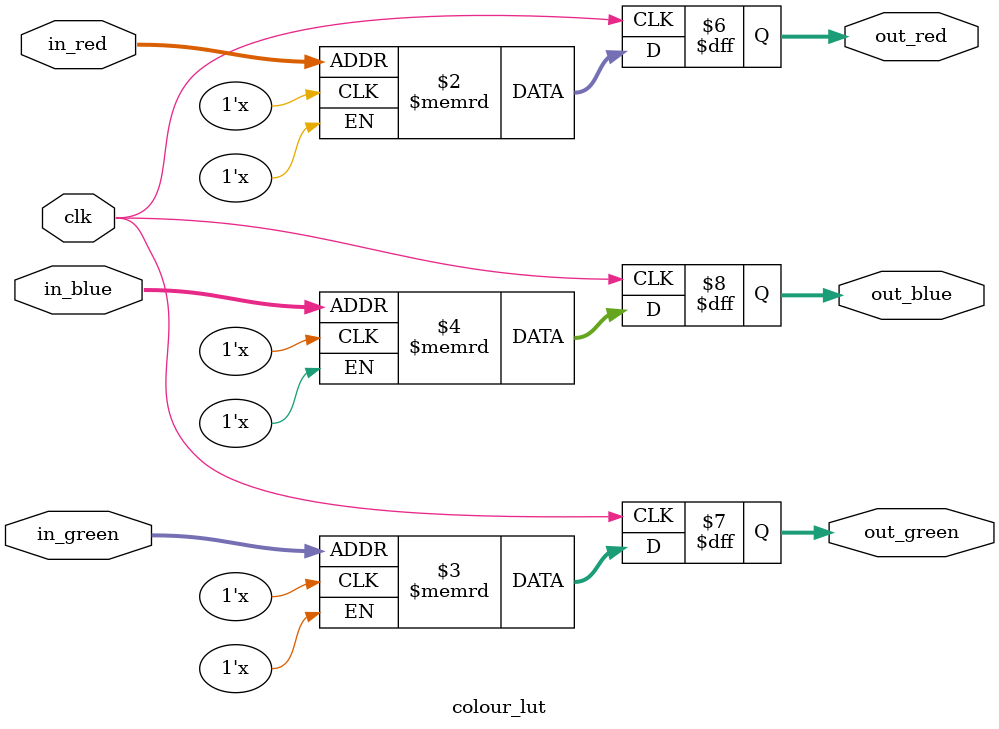
<source format=v>
/*

FPGA compatible core of arcade hardware by LMN-san, OScherler, Raki.

This core is available for hardware compatible with MiSTer.
Other FPGA systems may be supported by the time you read this.
This work is not mantained by the MiSTer project. Please contact the
core authors for issues and updates.

(c) LMN-san, OScherler, Raki 2020–2023.

Support the authors:

       Raki: https://www.patreon.com/ikamusume
    LMN-san: https://ko-fi.com/lmnsan
  OScherler: https://ko-fi.com/oscherler

The authors do not endorse or participate in illegal distribution
of copyrighted material. This work can be used with legally
obtained ROM dumps of games or with homebrew software for
the arcade platform.

This file license is GNU GPLv3.
You can read the whole license file at http://www.gnu.org/licenses/

*/

//================================================================================
//  Colour Look-Up-Table
//  
//  Probalby loosely based on jtframe_dual_ram.
//================================================================================

// Triple-port RAM to convert palette values to RGB values, typically used to
// simulate a resistor network.

// parameters:
//      pw      => Palette bit width
//      cw      => Colour width
//      synfile => hexadecimal file to load for synthesis

`default_nettype none

module colour_lut #( parameter pw=5, cw=8, synfile="" )(
    input      clk,
    input      [pw-1:0] in_red,
    input      [pw-1:0] in_green,
    input      [pw-1:0] in_blue,
    output reg [cw-1:0] out_red,
    output reg [cw-1:0] out_green,
    output reg [cw-1:0] out_blue
);

(* ramstyle = "no_rw_check" *) reg [cw-1:0] lut[0:(2**pw)-1];

// file for synthesis:
/* verilator lint_off WIDTH */
initial begin
	if( synfile != "" ) $readmemh( synfile, lut );
end
/* verilator lint_on WIDTH */

always @(posedge clk) begin
    out_red   <= lut[ in_red ];
    out_green <= lut[ in_green ];
    out_blue  <= lut[ in_blue ];
end

endmodule

</source>
